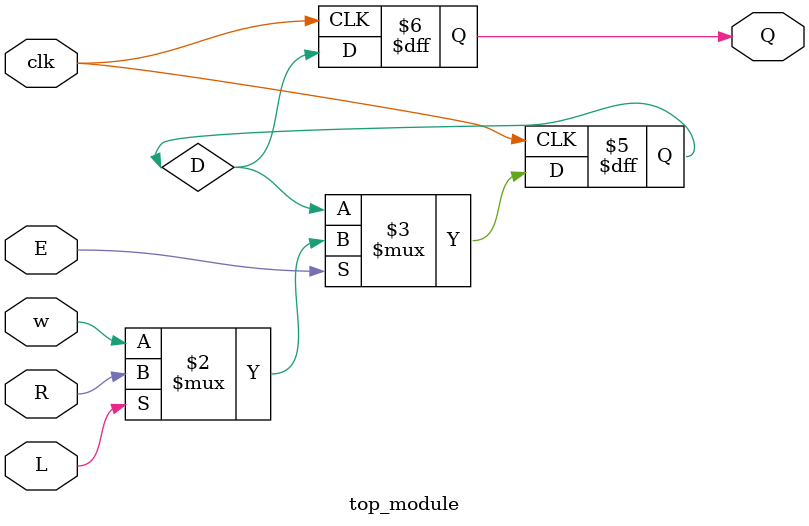
<source format=sv>
module top_module (
    input clk,
    input w,
    input R,
    input E,
    input L,
    output reg Q
);

reg D;

always @(posedge clk) begin
    if (E) begin
        D <= L ? R : w;
    end
    Q <= D;
end

endmodule

</source>
